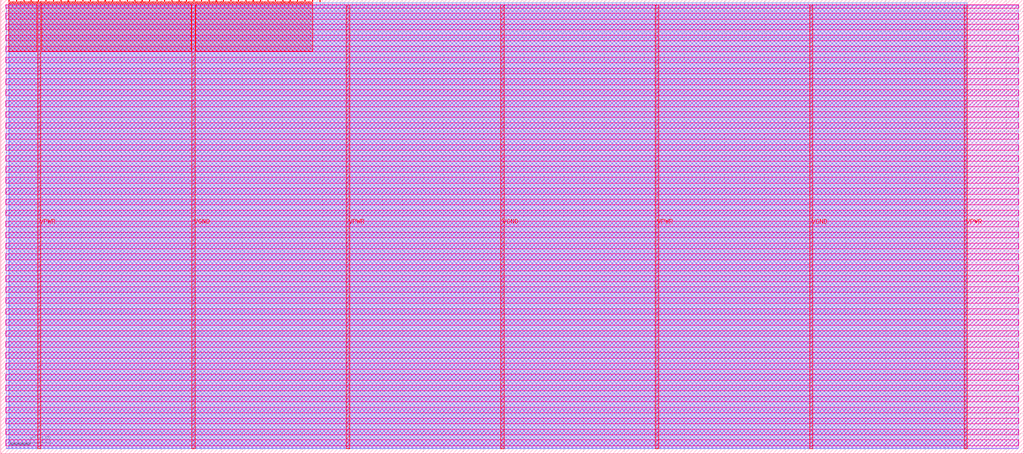
<source format=lef>
VERSION 5.7 ;
  NOWIREEXTENSIONATPIN ON ;
  DIVIDERCHAR "/" ;
  BUSBITCHARS "[]" ;
MACRO tt_um_agurrier_mastermind
  CLASS BLOCK ;
  FOREIGN tt_um_agurrier_mastermind ;
  ORIGIN 0.000 0.000 ;
  SIZE 508.760 BY 225.760 ;
  PIN VGND
    DIRECTION INOUT ;
    USE GROUND ;
    PORT
      LAYER met4 ;
        RECT 95.080 2.480 96.680 223.280 ;
    END
    PORT
      LAYER met4 ;
        RECT 248.680 2.480 250.280 223.280 ;
    END
    PORT
      LAYER met4 ;
        RECT 402.280 2.480 403.880 223.280 ;
    END
  END VGND
  PIN VPWR
    DIRECTION INOUT ;
    USE POWER ;
    PORT
      LAYER met4 ;
        RECT 18.280 2.480 19.880 223.280 ;
    END
    PORT
      LAYER met4 ;
        RECT 171.880 2.480 173.480 223.280 ;
    END
    PORT
      LAYER met4 ;
        RECT 325.480 2.480 327.080 223.280 ;
    END
    PORT
      LAYER met4 ;
        RECT 479.080 2.480 480.680 223.280 ;
    END
  END VPWR
  PIN clk
    DIRECTION INPUT ;
    USE SIGNAL ;
    ANTENNAGATEAREA 0.852000 ;
    PORT
      LAYER met4 ;
        RECT 154.870 224.760 155.170 225.760 ;
    END
  END clk
  PIN ena
    DIRECTION INPUT ;
    USE SIGNAL ;
    PORT
      LAYER met4 ;
        RECT 158.550 224.760 158.850 225.760 ;
    END
  END ena
  PIN rst_n
    DIRECTION INPUT ;
    USE SIGNAL ;
    ANTENNAGATEAREA 0.196500 ;
    PORT
      LAYER met4 ;
        RECT 151.190 224.760 151.490 225.760 ;
    END
  END rst_n
  PIN ui_in[0]
    DIRECTION INPUT ;
    USE SIGNAL ;
    ANTENNAGATEAREA 0.196500 ;
    PORT
      LAYER met4 ;
        RECT 147.510 224.760 147.810 225.760 ;
    END
  END ui_in[0]
  PIN ui_in[1]
    DIRECTION INPUT ;
    USE SIGNAL ;
    ANTENNAGATEAREA 0.196500 ;
    PORT
      LAYER met4 ;
        RECT 143.830 224.760 144.130 225.760 ;
    END
  END ui_in[1]
  PIN ui_in[2]
    DIRECTION INPUT ;
    USE SIGNAL ;
    ANTENNAGATEAREA 0.196500 ;
    PORT
      LAYER met4 ;
        RECT 140.150 224.760 140.450 225.760 ;
    END
  END ui_in[2]
  PIN ui_in[3]
    DIRECTION INPUT ;
    USE SIGNAL ;
    ANTENNAGATEAREA 0.196500 ;
    PORT
      LAYER met4 ;
        RECT 136.470 224.760 136.770 225.760 ;
    END
  END ui_in[3]
  PIN ui_in[4]
    DIRECTION INPUT ;
    USE SIGNAL ;
    ANTENNAGATEAREA 0.196500 ;
    PORT
      LAYER met4 ;
        RECT 132.790 224.760 133.090 225.760 ;
    END
  END ui_in[4]
  PIN ui_in[5]
    DIRECTION INPUT ;
    USE SIGNAL ;
    ANTENNAGATEAREA 0.196500 ;
    PORT
      LAYER met4 ;
        RECT 129.110 224.760 129.410 225.760 ;
    END
  END ui_in[5]
  PIN ui_in[6]
    DIRECTION INPUT ;
    USE SIGNAL ;
    ANTENNAGATEAREA 0.196500 ;
    PORT
      LAYER met4 ;
        RECT 125.430 224.760 125.730 225.760 ;
    END
  END ui_in[6]
  PIN ui_in[7]
    DIRECTION INPUT ;
    USE SIGNAL ;
    ANTENNAGATEAREA 0.196500 ;
    PORT
      LAYER met4 ;
        RECT 121.750 224.760 122.050 225.760 ;
    END
  END ui_in[7]
  PIN uio_in[0]
    DIRECTION INPUT ;
    USE SIGNAL ;
    PORT
      LAYER met4 ;
        RECT 118.070 224.760 118.370 225.760 ;
    END
  END uio_in[0]
  PIN uio_in[1]
    DIRECTION INPUT ;
    USE SIGNAL ;
    PORT
      LAYER met4 ;
        RECT 114.390 224.760 114.690 225.760 ;
    END
  END uio_in[1]
  PIN uio_in[2]
    DIRECTION INPUT ;
    USE SIGNAL ;
    PORT
      LAYER met4 ;
        RECT 110.710 224.760 111.010 225.760 ;
    END
  END uio_in[2]
  PIN uio_in[3]
    DIRECTION INPUT ;
    USE SIGNAL ;
    PORT
      LAYER met4 ;
        RECT 107.030 224.760 107.330 225.760 ;
    END
  END uio_in[3]
  PIN uio_in[4]
    DIRECTION INPUT ;
    USE SIGNAL ;
    PORT
      LAYER met4 ;
        RECT 103.350 224.760 103.650 225.760 ;
    END
  END uio_in[4]
  PIN uio_in[5]
    DIRECTION INPUT ;
    USE SIGNAL ;
    PORT
      LAYER met4 ;
        RECT 99.670 224.760 99.970 225.760 ;
    END
  END uio_in[5]
  PIN uio_in[6]
    DIRECTION INPUT ;
    USE SIGNAL ;
    PORT
      LAYER met4 ;
        RECT 95.990 224.760 96.290 225.760 ;
    END
  END uio_in[6]
  PIN uio_in[7]
    DIRECTION INPUT ;
    USE SIGNAL ;
    PORT
      LAYER met4 ;
        RECT 92.310 224.760 92.610 225.760 ;
    END
  END uio_in[7]
  PIN uio_oe[0]
    DIRECTION OUTPUT TRISTATE ;
    USE SIGNAL ;
    PORT
      LAYER met4 ;
        RECT 29.750 224.760 30.050 225.760 ;
    END
  END uio_oe[0]
  PIN uio_oe[1]
    DIRECTION OUTPUT TRISTATE ;
    USE SIGNAL ;
    PORT
      LAYER met4 ;
        RECT 26.070 224.760 26.370 225.760 ;
    END
  END uio_oe[1]
  PIN uio_oe[2]
    DIRECTION OUTPUT TRISTATE ;
    USE SIGNAL ;
    PORT
      LAYER met4 ;
        RECT 22.390 224.760 22.690 225.760 ;
    END
  END uio_oe[2]
  PIN uio_oe[3]
    DIRECTION OUTPUT TRISTATE ;
    USE SIGNAL ;
    PORT
      LAYER met4 ;
        RECT 18.710 224.760 19.010 225.760 ;
    END
  END uio_oe[3]
  PIN uio_oe[4]
    DIRECTION OUTPUT TRISTATE ;
    USE SIGNAL ;
    PORT
      LAYER met4 ;
        RECT 15.030 224.760 15.330 225.760 ;
    END
  END uio_oe[4]
  PIN uio_oe[5]
    DIRECTION OUTPUT TRISTATE ;
    USE SIGNAL ;
    PORT
      LAYER met4 ;
        RECT 11.350 224.760 11.650 225.760 ;
    END
  END uio_oe[5]
  PIN uio_oe[6]
    DIRECTION OUTPUT TRISTATE ;
    USE SIGNAL ;
    PORT
      LAYER met4 ;
        RECT 7.670 224.760 7.970 225.760 ;
    END
  END uio_oe[6]
  PIN uio_oe[7]
    DIRECTION OUTPUT TRISTATE ;
    USE SIGNAL ;
    PORT
      LAYER met4 ;
        RECT 3.990 224.760 4.290 225.760 ;
    END
  END uio_oe[7]
  PIN uio_out[0]
    DIRECTION OUTPUT TRISTATE ;
    USE SIGNAL ;
    PORT
      LAYER met4 ;
        RECT 59.190 224.760 59.490 225.760 ;
    END
  END uio_out[0]
  PIN uio_out[1]
    DIRECTION OUTPUT TRISTATE ;
    USE SIGNAL ;
    PORT
      LAYER met4 ;
        RECT 55.510 224.760 55.810 225.760 ;
    END
  END uio_out[1]
  PIN uio_out[2]
    DIRECTION OUTPUT TRISTATE ;
    USE SIGNAL ;
    PORT
      LAYER met4 ;
        RECT 51.830 224.760 52.130 225.760 ;
    END
  END uio_out[2]
  PIN uio_out[3]
    DIRECTION OUTPUT TRISTATE ;
    USE SIGNAL ;
    PORT
      LAYER met4 ;
        RECT 48.150 224.760 48.450 225.760 ;
    END
  END uio_out[3]
  PIN uio_out[4]
    DIRECTION OUTPUT TRISTATE ;
    USE SIGNAL ;
    PORT
      LAYER met4 ;
        RECT 44.470 224.760 44.770 225.760 ;
    END
  END uio_out[4]
  PIN uio_out[5]
    DIRECTION OUTPUT TRISTATE ;
    USE SIGNAL ;
    PORT
      LAYER met4 ;
        RECT 40.790 224.760 41.090 225.760 ;
    END
  END uio_out[5]
  PIN uio_out[6]
    DIRECTION OUTPUT TRISTATE ;
    USE SIGNAL ;
    PORT
      LAYER met4 ;
        RECT 37.110 224.760 37.410 225.760 ;
    END
  END uio_out[6]
  PIN uio_out[7]
    DIRECTION OUTPUT TRISTATE ;
    USE SIGNAL ;
    PORT
      LAYER met4 ;
        RECT 33.430 224.760 33.730 225.760 ;
    END
  END uio_out[7]
  PIN uo_out[0]
    DIRECTION OUTPUT TRISTATE ;
    USE SIGNAL ;
    ANTENNADIFFAREA 0.445500 ;
    PORT
      LAYER met4 ;
        RECT 88.630 224.760 88.930 225.760 ;
    END
  END uo_out[0]
  PIN uo_out[1]
    DIRECTION OUTPUT TRISTATE ;
    USE SIGNAL ;
    ANTENNADIFFAREA 0.445500 ;
    PORT
      LAYER met4 ;
        RECT 84.950 224.760 85.250 225.760 ;
    END
  END uo_out[1]
  PIN uo_out[2]
    DIRECTION OUTPUT TRISTATE ;
    USE SIGNAL ;
    ANTENNADIFFAREA 0.445500 ;
    PORT
      LAYER met4 ;
        RECT 81.270 224.760 81.570 225.760 ;
    END
  END uo_out[2]
  PIN uo_out[3]
    DIRECTION OUTPUT TRISTATE ;
    USE SIGNAL ;
    ANTENNADIFFAREA 0.445500 ;
    PORT
      LAYER met4 ;
        RECT 77.590 224.760 77.890 225.760 ;
    END
  END uo_out[3]
  PIN uo_out[4]
    DIRECTION OUTPUT TRISTATE ;
    USE SIGNAL ;
    ANTENNADIFFAREA 0.445500 ;
    PORT
      LAYER met4 ;
        RECT 73.910 224.760 74.210 225.760 ;
    END
  END uo_out[4]
  PIN uo_out[5]
    DIRECTION OUTPUT TRISTATE ;
    USE SIGNAL ;
    ANTENNADIFFAREA 0.445500 ;
    PORT
      LAYER met4 ;
        RECT 70.230 224.760 70.530 225.760 ;
    END
  END uo_out[5]
  PIN uo_out[6]
    DIRECTION OUTPUT TRISTATE ;
    USE SIGNAL ;
    ANTENNADIFFAREA 0.795200 ;
    PORT
      LAYER met4 ;
        RECT 66.550 224.760 66.850 225.760 ;
    END
  END uo_out[6]
  PIN uo_out[7]
    DIRECTION OUTPUT TRISTATE ;
    USE SIGNAL ;
    ANTENNADIFFAREA 0.445500 ;
    PORT
      LAYER met4 ;
        RECT 62.870 224.760 63.170 225.760 ;
    END
  END uo_out[7]
  OBS
      LAYER nwell ;
        RECT 2.570 221.625 506.190 223.230 ;
        RECT 2.570 216.185 506.190 219.015 ;
        RECT 2.570 210.745 506.190 213.575 ;
        RECT 2.570 205.305 506.190 208.135 ;
        RECT 2.570 199.865 506.190 202.695 ;
        RECT 2.570 194.425 506.190 197.255 ;
        RECT 2.570 188.985 506.190 191.815 ;
        RECT 2.570 183.545 506.190 186.375 ;
        RECT 2.570 178.105 506.190 180.935 ;
        RECT 2.570 172.665 506.190 175.495 ;
        RECT 2.570 167.225 506.190 170.055 ;
        RECT 2.570 161.785 506.190 164.615 ;
        RECT 2.570 156.345 506.190 159.175 ;
        RECT 2.570 150.905 506.190 153.735 ;
        RECT 2.570 145.465 506.190 148.295 ;
        RECT 2.570 140.025 506.190 142.855 ;
        RECT 2.570 134.585 506.190 137.415 ;
        RECT 2.570 129.145 506.190 131.975 ;
        RECT 2.570 123.705 506.190 126.535 ;
        RECT 2.570 118.265 506.190 121.095 ;
        RECT 2.570 112.825 506.190 115.655 ;
        RECT 2.570 107.385 506.190 110.215 ;
        RECT 2.570 101.945 506.190 104.775 ;
        RECT 2.570 96.505 506.190 99.335 ;
        RECT 2.570 91.065 506.190 93.895 ;
        RECT 2.570 85.625 506.190 88.455 ;
        RECT 2.570 80.185 506.190 83.015 ;
        RECT 2.570 74.745 506.190 77.575 ;
        RECT 2.570 69.305 506.190 72.135 ;
        RECT 2.570 63.865 506.190 66.695 ;
        RECT 2.570 58.425 506.190 61.255 ;
        RECT 2.570 52.985 506.190 55.815 ;
        RECT 2.570 47.545 506.190 50.375 ;
        RECT 2.570 42.105 506.190 44.935 ;
        RECT 2.570 36.665 506.190 39.495 ;
        RECT 2.570 31.225 506.190 34.055 ;
        RECT 2.570 25.785 506.190 28.615 ;
        RECT 2.570 20.345 506.190 23.175 ;
        RECT 2.570 14.905 506.190 17.735 ;
        RECT 2.570 9.465 506.190 12.295 ;
        RECT 2.570 4.025 506.190 6.855 ;
      LAYER li1 ;
        RECT 2.760 2.635 506.000 223.125 ;
      LAYER met1 ;
        RECT 2.760 2.480 506.000 223.280 ;
      LAYER met2 ;
        RECT 4.230 2.535 480.650 224.245 ;
      LAYER met3 ;
        RECT 3.950 2.555 480.670 224.225 ;
      LAYER met4 ;
        RECT 4.690 224.360 7.270 224.760 ;
        RECT 8.370 224.360 10.950 224.760 ;
        RECT 12.050 224.360 14.630 224.760 ;
        RECT 15.730 224.360 18.310 224.760 ;
        RECT 19.410 224.360 21.990 224.760 ;
        RECT 23.090 224.360 25.670 224.760 ;
        RECT 26.770 224.360 29.350 224.760 ;
        RECT 30.450 224.360 33.030 224.760 ;
        RECT 34.130 224.360 36.710 224.760 ;
        RECT 37.810 224.360 40.390 224.760 ;
        RECT 41.490 224.360 44.070 224.760 ;
        RECT 45.170 224.360 47.750 224.760 ;
        RECT 48.850 224.360 51.430 224.760 ;
        RECT 52.530 224.360 55.110 224.760 ;
        RECT 56.210 224.360 58.790 224.760 ;
        RECT 59.890 224.360 62.470 224.760 ;
        RECT 63.570 224.360 66.150 224.760 ;
        RECT 67.250 224.360 69.830 224.760 ;
        RECT 70.930 224.360 73.510 224.760 ;
        RECT 74.610 224.360 77.190 224.760 ;
        RECT 78.290 224.360 80.870 224.760 ;
        RECT 81.970 224.360 84.550 224.760 ;
        RECT 85.650 224.360 88.230 224.760 ;
        RECT 89.330 224.360 91.910 224.760 ;
        RECT 93.010 224.360 95.590 224.760 ;
        RECT 96.690 224.360 99.270 224.760 ;
        RECT 100.370 224.360 102.950 224.760 ;
        RECT 104.050 224.360 106.630 224.760 ;
        RECT 107.730 224.360 110.310 224.760 ;
        RECT 111.410 224.360 113.990 224.760 ;
        RECT 115.090 224.360 117.670 224.760 ;
        RECT 118.770 224.360 121.350 224.760 ;
        RECT 122.450 224.360 125.030 224.760 ;
        RECT 126.130 224.360 128.710 224.760 ;
        RECT 129.810 224.360 132.390 224.760 ;
        RECT 133.490 224.360 136.070 224.760 ;
        RECT 137.170 224.360 139.750 224.760 ;
        RECT 140.850 224.360 143.430 224.760 ;
        RECT 144.530 224.360 147.110 224.760 ;
        RECT 148.210 224.360 150.790 224.760 ;
        RECT 151.890 224.360 154.470 224.760 ;
        RECT 3.975 223.680 155.185 224.360 ;
        RECT 3.975 200.095 17.880 223.680 ;
        RECT 20.280 200.095 94.680 223.680 ;
        RECT 97.080 200.095 155.185 223.680 ;
  END
END tt_um_agurrier_mastermind
END LIBRARY


</source>
